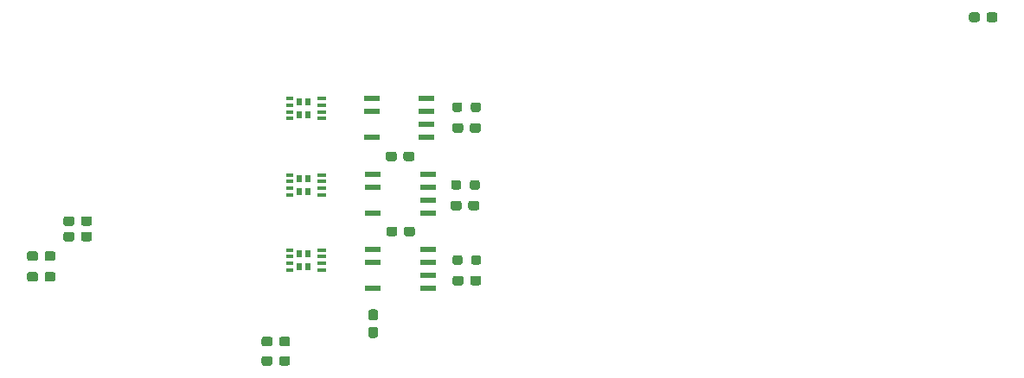
<source format=gbr>
%TF.GenerationSoftware,KiCad,Pcbnew,(5.1.10)-1*%
%TF.CreationDate,2021-11-19T22:40:20-06:00*%
%TF.ProjectId,hardware,68617264-7761-4726-952e-6b696361645f,rev?*%
%TF.SameCoordinates,Original*%
%TF.FileFunction,Paste,Top*%
%TF.FilePolarity,Positive*%
%FSLAX46Y46*%
G04 Gerber Fmt 4.6, Leading zero omitted, Abs format (unit mm)*
G04 Created by KiCad (PCBNEW (5.1.10)-1) date 2021-11-19 22:40:20*
%MOMM*%
%LPD*%
G01*
G04 APERTURE LIST*
%ADD10R,1.550000X0.600000*%
%ADD11R,0.750000X0.300000*%
%ADD12R,0.830000X0.300000*%
%ADD13R,0.510000X0.635000*%
G04 APERTURE END LIST*
D10*
%TO.C,U6*%
X90772000Y-67691000D03*
X90772000Y-65151000D03*
X90772000Y-63881000D03*
X96172000Y-63881000D03*
X96172000Y-65151000D03*
X96172000Y-66421000D03*
X96172000Y-67691000D03*
%TD*%
%TO.C,U5*%
X90899000Y-75184000D03*
X90899000Y-72644000D03*
X90899000Y-71374000D03*
X96299000Y-71374000D03*
X96299000Y-72644000D03*
X96299000Y-73914000D03*
X96299000Y-75184000D03*
%TD*%
%TO.C,U4*%
X90899000Y-82550000D03*
X90899000Y-80010000D03*
X90899000Y-78740000D03*
X96299000Y-78740000D03*
X96299000Y-80010000D03*
X96299000Y-81280000D03*
X96299000Y-82550000D03*
%TD*%
%TO.C,R3*%
G36*
G01*
X99651000Y-64532500D02*
X99651000Y-65007500D01*
G75*
G02*
X99413500Y-65245000I-237500J0D01*
G01*
X98913500Y-65245000D01*
G75*
G02*
X98676000Y-65007500I0J237500D01*
G01*
X98676000Y-64532500D01*
G75*
G02*
X98913500Y-64295000I237500J0D01*
G01*
X99413500Y-64295000D01*
G75*
G02*
X99651000Y-64532500I0J-237500D01*
G01*
G37*
G36*
G01*
X101476000Y-64532500D02*
X101476000Y-65007500D01*
G75*
G02*
X101238500Y-65245000I-237500J0D01*
G01*
X100738500Y-65245000D01*
G75*
G02*
X100501000Y-65007500I0J237500D01*
G01*
X100501000Y-64532500D01*
G75*
G02*
X100738500Y-64295000I237500J0D01*
G01*
X101238500Y-64295000D01*
G75*
G02*
X101476000Y-64532500I0J-237500D01*
G01*
G37*
%TD*%
%TO.C,R2*%
G36*
G01*
X99547500Y-72152500D02*
X99547500Y-72627500D01*
G75*
G02*
X99310000Y-72865000I-237500J0D01*
G01*
X98810000Y-72865000D01*
G75*
G02*
X98572500Y-72627500I0J237500D01*
G01*
X98572500Y-72152500D01*
G75*
G02*
X98810000Y-71915000I237500J0D01*
G01*
X99310000Y-71915000D01*
G75*
G02*
X99547500Y-72152500I0J-237500D01*
G01*
G37*
G36*
G01*
X101372500Y-72152500D02*
X101372500Y-72627500D01*
G75*
G02*
X101135000Y-72865000I-237500J0D01*
G01*
X100635000Y-72865000D01*
G75*
G02*
X100397500Y-72627500I0J237500D01*
G01*
X100397500Y-72152500D01*
G75*
G02*
X100635000Y-71915000I237500J0D01*
G01*
X101135000Y-71915000D01*
G75*
G02*
X101372500Y-72152500I0J-237500D01*
G01*
G37*
%TD*%
%TO.C,R1*%
G36*
G01*
X99674500Y-79518500D02*
X99674500Y-79993500D01*
G75*
G02*
X99437000Y-80231000I-237500J0D01*
G01*
X98937000Y-80231000D01*
G75*
G02*
X98699500Y-79993500I0J237500D01*
G01*
X98699500Y-79518500D01*
G75*
G02*
X98937000Y-79281000I237500J0D01*
G01*
X99437000Y-79281000D01*
G75*
G02*
X99674500Y-79518500I0J-237500D01*
G01*
G37*
G36*
G01*
X101499500Y-79518500D02*
X101499500Y-79993500D01*
G75*
G02*
X101262000Y-80231000I-237500J0D01*
G01*
X100762000Y-80231000D01*
G75*
G02*
X100524500Y-79993500I0J237500D01*
G01*
X100524500Y-79518500D01*
G75*
G02*
X100762000Y-79281000I237500J0D01*
G01*
X101262000Y-79281000D01*
G75*
G02*
X101499500Y-79518500I0J-237500D01*
G01*
G37*
%TD*%
D11*
%TO.C,Q3*%
X82777000Y-63922000D03*
X82777000Y-64572000D03*
X82777000Y-65222000D03*
X82777000Y-65872000D03*
D12*
X85887000Y-65872000D03*
X85887000Y-65222000D03*
X85887000Y-64572000D03*
X85887000Y-63922000D03*
D13*
X83707000Y-64271000D03*
X84567000Y-64271000D03*
X83707000Y-65523000D03*
X84567000Y-65523000D03*
%TD*%
D11*
%TO.C,Q2*%
X82777000Y-71415000D03*
X82777000Y-72065000D03*
X82777000Y-72715000D03*
X82777000Y-73365000D03*
D12*
X85887000Y-73365000D03*
X85887000Y-72715000D03*
X85887000Y-72065000D03*
X85887000Y-71415000D03*
D13*
X83707000Y-71764000D03*
X84567000Y-71764000D03*
X83707000Y-73016000D03*
X84567000Y-73016000D03*
%TD*%
D11*
%TO.C,Q1*%
X82777000Y-78781000D03*
X82777000Y-79431000D03*
X82777000Y-80081000D03*
X82777000Y-80731000D03*
D12*
X85887000Y-80731000D03*
X85887000Y-80081000D03*
X85887000Y-79431000D03*
X85887000Y-78781000D03*
D13*
X83707000Y-79130000D03*
X84567000Y-79130000D03*
X83707000Y-80382000D03*
X84567000Y-80382000D03*
%TD*%
%TO.C,C13*%
G36*
G01*
X93897500Y-69833500D02*
X93897500Y-69358500D01*
G75*
G02*
X94135000Y-69121000I237500J0D01*
G01*
X94735000Y-69121000D01*
G75*
G02*
X94972500Y-69358500I0J-237500D01*
G01*
X94972500Y-69833500D01*
G75*
G02*
X94735000Y-70071000I-237500J0D01*
G01*
X94135000Y-70071000D01*
G75*
G02*
X93897500Y-69833500I0J237500D01*
G01*
G37*
G36*
G01*
X92172500Y-69833500D02*
X92172500Y-69358500D01*
G75*
G02*
X92410000Y-69121000I237500J0D01*
G01*
X93010000Y-69121000D01*
G75*
G02*
X93247500Y-69358500I0J-237500D01*
G01*
X93247500Y-69833500D01*
G75*
G02*
X93010000Y-70071000I-237500J0D01*
G01*
X92410000Y-70071000D01*
G75*
G02*
X92172500Y-69833500I0J237500D01*
G01*
G37*
%TD*%
%TO.C,C12*%
G36*
G01*
X100401000Y-67039500D02*
X100401000Y-66564500D01*
G75*
G02*
X100638500Y-66327000I237500J0D01*
G01*
X101238500Y-66327000D01*
G75*
G02*
X101476000Y-66564500I0J-237500D01*
G01*
X101476000Y-67039500D01*
G75*
G02*
X101238500Y-67277000I-237500J0D01*
G01*
X100638500Y-67277000D01*
G75*
G02*
X100401000Y-67039500I0J237500D01*
G01*
G37*
G36*
G01*
X98676000Y-67039500D02*
X98676000Y-66564500D01*
G75*
G02*
X98913500Y-66327000I237500J0D01*
G01*
X99513500Y-66327000D01*
G75*
G02*
X99751000Y-66564500I0J-237500D01*
G01*
X99751000Y-67039500D01*
G75*
G02*
X99513500Y-67277000I-237500J0D01*
G01*
X98913500Y-67277000D01*
G75*
G02*
X98676000Y-67039500I0J237500D01*
G01*
G37*
%TD*%
%TO.C,C11*%
G36*
G01*
X93950500Y-77199500D02*
X93950500Y-76724500D01*
G75*
G02*
X94188000Y-76487000I237500J0D01*
G01*
X94788000Y-76487000D01*
G75*
G02*
X95025500Y-76724500I0J-237500D01*
G01*
X95025500Y-77199500D01*
G75*
G02*
X94788000Y-77437000I-237500J0D01*
G01*
X94188000Y-77437000D01*
G75*
G02*
X93950500Y-77199500I0J237500D01*
G01*
G37*
G36*
G01*
X92225500Y-77199500D02*
X92225500Y-76724500D01*
G75*
G02*
X92463000Y-76487000I237500J0D01*
G01*
X93063000Y-76487000D01*
G75*
G02*
X93300500Y-76724500I0J-237500D01*
G01*
X93300500Y-77199500D01*
G75*
G02*
X93063000Y-77437000I-237500J0D01*
G01*
X92463000Y-77437000D01*
G75*
G02*
X92225500Y-77199500I0J237500D01*
G01*
G37*
%TD*%
%TO.C,C10*%
G36*
G01*
X100247500Y-74659500D02*
X100247500Y-74184500D01*
G75*
G02*
X100485000Y-73947000I237500J0D01*
G01*
X101085000Y-73947000D01*
G75*
G02*
X101322500Y-74184500I0J-237500D01*
G01*
X101322500Y-74659500D01*
G75*
G02*
X101085000Y-74897000I-237500J0D01*
G01*
X100485000Y-74897000D01*
G75*
G02*
X100247500Y-74659500I0J237500D01*
G01*
G37*
G36*
G01*
X98522500Y-74659500D02*
X98522500Y-74184500D01*
G75*
G02*
X98760000Y-73947000I237500J0D01*
G01*
X99360000Y-73947000D01*
G75*
G02*
X99597500Y-74184500I0J-237500D01*
G01*
X99597500Y-74659500D01*
G75*
G02*
X99360000Y-74897000I-237500J0D01*
G01*
X98760000Y-74897000D01*
G75*
G02*
X98522500Y-74659500I0J237500D01*
G01*
G37*
%TD*%
%TO.C,C9*%
G36*
G01*
X90694500Y-86330500D02*
X91169500Y-86330500D01*
G75*
G02*
X91407000Y-86568000I0J-237500D01*
G01*
X91407000Y-87168000D01*
G75*
G02*
X91169500Y-87405500I-237500J0D01*
G01*
X90694500Y-87405500D01*
G75*
G02*
X90457000Y-87168000I0J237500D01*
G01*
X90457000Y-86568000D01*
G75*
G02*
X90694500Y-86330500I237500J0D01*
G01*
G37*
G36*
G01*
X90694500Y-84605500D02*
X91169500Y-84605500D01*
G75*
G02*
X91407000Y-84843000I0J-237500D01*
G01*
X91407000Y-85443000D01*
G75*
G02*
X91169500Y-85680500I-237500J0D01*
G01*
X90694500Y-85680500D01*
G75*
G02*
X90457000Y-85443000I0J237500D01*
G01*
X90457000Y-84843000D01*
G75*
G02*
X90694500Y-84605500I237500J0D01*
G01*
G37*
%TD*%
%TO.C,C8*%
G36*
G01*
X100427500Y-82025500D02*
X100427500Y-81550500D01*
G75*
G02*
X100665000Y-81313000I237500J0D01*
G01*
X101265000Y-81313000D01*
G75*
G02*
X101502500Y-81550500I0J-237500D01*
G01*
X101502500Y-82025500D01*
G75*
G02*
X101265000Y-82263000I-237500J0D01*
G01*
X100665000Y-82263000D01*
G75*
G02*
X100427500Y-82025500I0J237500D01*
G01*
G37*
G36*
G01*
X98702500Y-82025500D02*
X98702500Y-81550500D01*
G75*
G02*
X98940000Y-81313000I237500J0D01*
G01*
X99540000Y-81313000D01*
G75*
G02*
X99777500Y-81550500I0J-237500D01*
G01*
X99777500Y-82025500D01*
G75*
G02*
X99540000Y-82263000I-237500J0D01*
G01*
X98940000Y-82263000D01*
G75*
G02*
X98702500Y-82025500I0J237500D01*
G01*
G37*
%TD*%
%TO.C,C7*%
G36*
G01*
X81732000Y-89899500D02*
X81732000Y-89424500D01*
G75*
G02*
X81969500Y-89187000I237500J0D01*
G01*
X82569500Y-89187000D01*
G75*
G02*
X82807000Y-89424500I0J-237500D01*
G01*
X82807000Y-89899500D01*
G75*
G02*
X82569500Y-90137000I-237500J0D01*
G01*
X81969500Y-90137000D01*
G75*
G02*
X81732000Y-89899500I0J237500D01*
G01*
G37*
G36*
G01*
X80007000Y-89899500D02*
X80007000Y-89424500D01*
G75*
G02*
X80244500Y-89187000I237500J0D01*
G01*
X80844500Y-89187000D01*
G75*
G02*
X81082000Y-89424500I0J-237500D01*
G01*
X81082000Y-89899500D01*
G75*
G02*
X80844500Y-90137000I-237500J0D01*
G01*
X80244500Y-90137000D01*
G75*
G02*
X80007000Y-89899500I0J237500D01*
G01*
G37*
%TD*%
%TO.C,C6*%
G36*
G01*
X81732000Y-87994500D02*
X81732000Y-87519500D01*
G75*
G02*
X81969500Y-87282000I237500J0D01*
G01*
X82569500Y-87282000D01*
G75*
G02*
X82807000Y-87519500I0J-237500D01*
G01*
X82807000Y-87994500D01*
G75*
G02*
X82569500Y-88232000I-237500J0D01*
G01*
X81969500Y-88232000D01*
G75*
G02*
X81732000Y-87994500I0J237500D01*
G01*
G37*
G36*
G01*
X80007000Y-87994500D02*
X80007000Y-87519500D01*
G75*
G02*
X80244500Y-87282000I237500J0D01*
G01*
X80844500Y-87282000D01*
G75*
G02*
X81082000Y-87519500I0J-237500D01*
G01*
X81082000Y-87994500D01*
G75*
G02*
X80844500Y-88232000I-237500J0D01*
G01*
X80244500Y-88232000D01*
G75*
G02*
X80007000Y-87994500I0J237500D01*
G01*
G37*
%TD*%
%TO.C,C5*%
G36*
G01*
X61677500Y-75708500D02*
X61677500Y-76183500D01*
G75*
G02*
X61440000Y-76421000I-237500J0D01*
G01*
X60840000Y-76421000D01*
G75*
G02*
X60602500Y-76183500I0J237500D01*
G01*
X60602500Y-75708500D01*
G75*
G02*
X60840000Y-75471000I237500J0D01*
G01*
X61440000Y-75471000D01*
G75*
G02*
X61677500Y-75708500I0J-237500D01*
G01*
G37*
G36*
G01*
X63402500Y-75708500D02*
X63402500Y-76183500D01*
G75*
G02*
X63165000Y-76421000I-237500J0D01*
G01*
X62565000Y-76421000D01*
G75*
G02*
X62327500Y-76183500I0J237500D01*
G01*
X62327500Y-75708500D01*
G75*
G02*
X62565000Y-75471000I237500J0D01*
G01*
X63165000Y-75471000D01*
G75*
G02*
X63402500Y-75708500I0J-237500D01*
G01*
G37*
%TD*%
%TO.C,C4*%
G36*
G01*
X58121500Y-81169500D02*
X58121500Y-81644500D01*
G75*
G02*
X57884000Y-81882000I-237500J0D01*
G01*
X57284000Y-81882000D01*
G75*
G02*
X57046500Y-81644500I0J237500D01*
G01*
X57046500Y-81169500D01*
G75*
G02*
X57284000Y-80932000I237500J0D01*
G01*
X57884000Y-80932000D01*
G75*
G02*
X58121500Y-81169500I0J-237500D01*
G01*
G37*
G36*
G01*
X59846500Y-81169500D02*
X59846500Y-81644500D01*
G75*
G02*
X59609000Y-81882000I-237500J0D01*
G01*
X59009000Y-81882000D01*
G75*
G02*
X58771500Y-81644500I0J237500D01*
G01*
X58771500Y-81169500D01*
G75*
G02*
X59009000Y-80932000I237500J0D01*
G01*
X59609000Y-80932000D01*
G75*
G02*
X59846500Y-81169500I0J-237500D01*
G01*
G37*
%TD*%
%TO.C,C3*%
G36*
G01*
X58121500Y-79137500D02*
X58121500Y-79612500D01*
G75*
G02*
X57884000Y-79850000I-237500J0D01*
G01*
X57284000Y-79850000D01*
G75*
G02*
X57046500Y-79612500I0J237500D01*
G01*
X57046500Y-79137500D01*
G75*
G02*
X57284000Y-78900000I237500J0D01*
G01*
X57884000Y-78900000D01*
G75*
G02*
X58121500Y-79137500I0J-237500D01*
G01*
G37*
G36*
G01*
X59846500Y-79137500D02*
X59846500Y-79612500D01*
G75*
G02*
X59609000Y-79850000I-237500J0D01*
G01*
X59009000Y-79850000D01*
G75*
G02*
X58771500Y-79612500I0J237500D01*
G01*
X58771500Y-79137500D01*
G75*
G02*
X59009000Y-78900000I237500J0D01*
G01*
X59609000Y-78900000D01*
G75*
G02*
X59846500Y-79137500I0J-237500D01*
G01*
G37*
%TD*%
%TO.C,C2*%
G36*
G01*
X61677500Y-77232500D02*
X61677500Y-77707500D01*
G75*
G02*
X61440000Y-77945000I-237500J0D01*
G01*
X60840000Y-77945000D01*
G75*
G02*
X60602500Y-77707500I0J237500D01*
G01*
X60602500Y-77232500D01*
G75*
G02*
X60840000Y-76995000I237500J0D01*
G01*
X61440000Y-76995000D01*
G75*
G02*
X61677500Y-77232500I0J-237500D01*
G01*
G37*
G36*
G01*
X63402500Y-77232500D02*
X63402500Y-77707500D01*
G75*
G02*
X63165000Y-77945000I-237500J0D01*
G01*
X62565000Y-77945000D01*
G75*
G02*
X62327500Y-77707500I0J237500D01*
G01*
X62327500Y-77232500D01*
G75*
G02*
X62565000Y-76995000I237500J0D01*
G01*
X63165000Y-76995000D01*
G75*
G02*
X63402500Y-77232500I0J-237500D01*
G01*
G37*
%TD*%
%TO.C,C1*%
G36*
G01*
X150984000Y-56181000D02*
X150984000Y-55706000D01*
G75*
G02*
X151221500Y-55468500I237500J0D01*
G01*
X151821500Y-55468500D01*
G75*
G02*
X152059000Y-55706000I0J-237500D01*
G01*
X152059000Y-56181000D01*
G75*
G02*
X151821500Y-56418500I-237500J0D01*
G01*
X151221500Y-56418500D01*
G75*
G02*
X150984000Y-56181000I0J237500D01*
G01*
G37*
G36*
G01*
X149259000Y-56181000D02*
X149259000Y-55706000D01*
G75*
G02*
X149496500Y-55468500I237500J0D01*
G01*
X150096500Y-55468500D01*
G75*
G02*
X150334000Y-55706000I0J-237500D01*
G01*
X150334000Y-56181000D01*
G75*
G02*
X150096500Y-56418500I-237500J0D01*
G01*
X149496500Y-56418500D01*
G75*
G02*
X149259000Y-56181000I0J237500D01*
G01*
G37*
%TD*%
M02*

</source>
